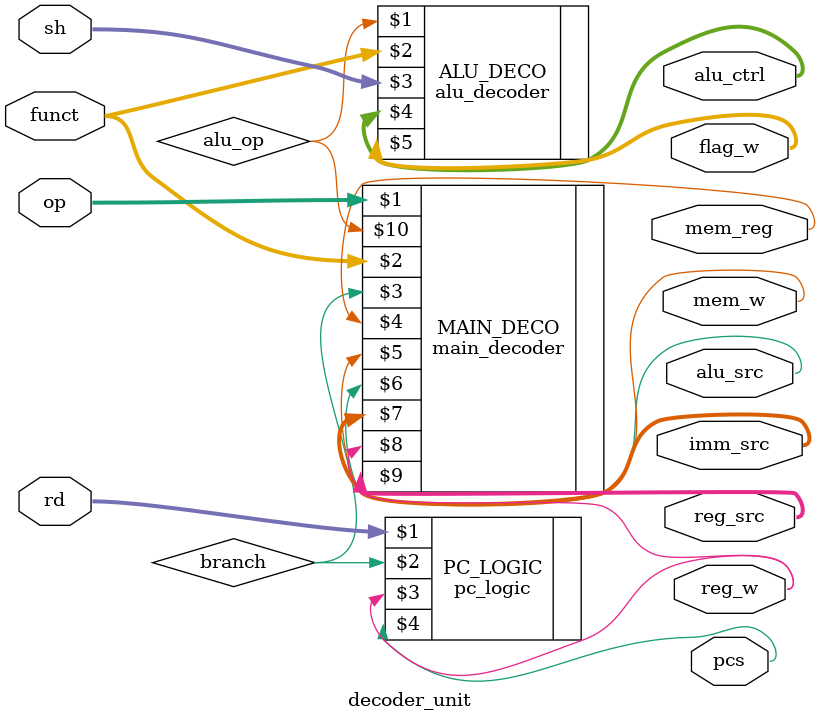
<source format=sv>
module decoder_unit
(
	input logic [1:0] op,
	input logic [5:0] funct,
	input logic [3:0] rd,
	input logic [1:0] sh,
	output logic [1:0] flag_w,
	output logic pcs,
	output logic reg_w,
	output logic mem_w,
	output logic mem_reg,
	output logic alu_src,
	output logic [1:0] imm_src,
	output logic [1:0] reg_src,
	output logic [3:0] alu_ctrl
);

	logic brach,alu_op;
	
	main_decoder MAIN_DECO(op,funct,branch,mem_reg,mem_w,alu_src,imm_src,reg_w,reg_src,alu_op);
	alu_decoder ALU_DECO(alu_op,funct,sh,alu_ctrl,flag_w);
	pc_logic PC_LOGIC(rd, branch,reg_w,pcs);
	


endmodule 
</source>
